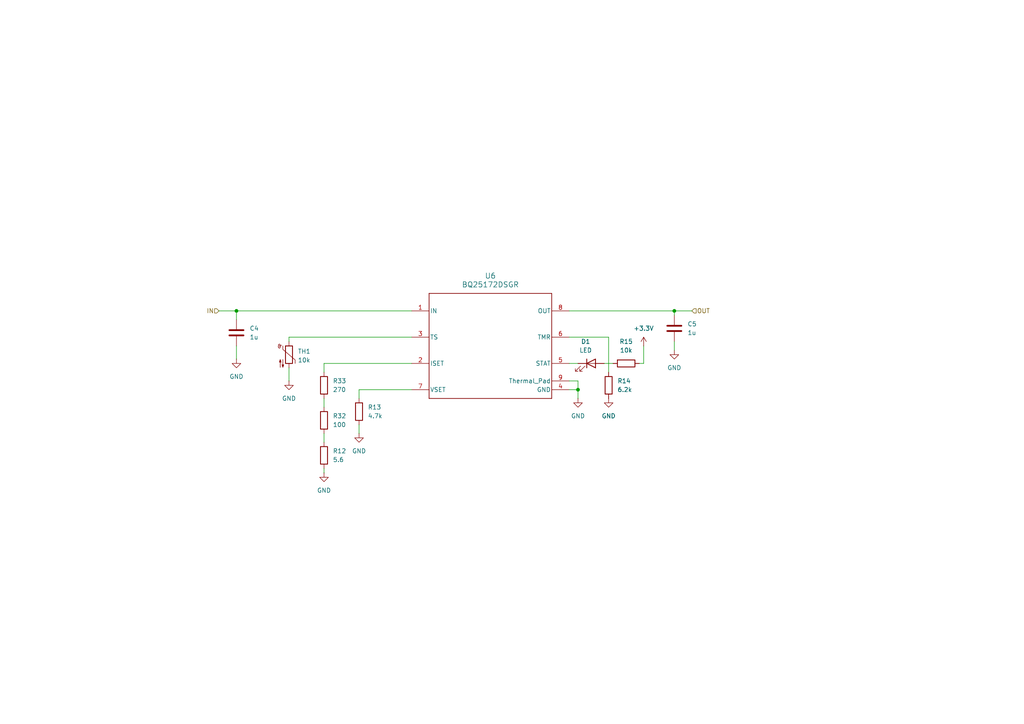
<source format=kicad_sch>
(kicad_sch (version 20231120) (generator "eeschema") (generator_version "8.0")
  (paper "A4")
  (title_block (title "NiMH Charger Control") (date "2025-01-16") (company "University of Alberta") (comment 1 "Max Schatz") (comment 2 "Steven Sager") (comment 3 "Tejas Ravish") (comment 4 "Damien Huskic"))
  (lib_symbols
    (symbol "Capstone:BQ25172DSGR" (pin_names (offset 0.254))
      (property "Reference" "U" (at 5.842 6.604 0))
      (property "Value" "BQ25172DSGR" (at 23.114 6.604 0))
      (symbol "BQ25172DSGR_0_1"
        (polyline (pts (xy 5.08 -25.4) (xy 40.64 -25.4)) (stroke (width 0.2032)))
        (polyline (pts (xy 5.08 5.08) (xy 5.08 -25.4)) (stroke (width 0.2032)))
        (polyline (pts (xy 40.64 -25.4) (xy 40.64 5.08)) (stroke (width 0.2032)))
        (polyline (pts (xy 40.64 5.08) (xy 5.08 5.08)) (stroke (width 0.2032)))
        (pin power_in line (at 0 0 0) (length 5.08) (name "IN") (number "1"))
        (pin unspecified line (at 0 -15.24 0) (length 5.08) (name "ISET") (number "2"))
        (pin unspecified line (at 0 -7.62 0) (length 5.08) (name "TS") (number "3"))
        (pin power_in line (at 45.72 -22.86 180) (length 5.08) (name "GND") (number "4"))
        (pin unspecified line (at 45.72 -15.24 180) (length 5.08) (name "STAT") (number "5"))
        (pin input line (at 45.72 -7.62 180) (length 5.08) (name "TMR") (number "6"))
        (pin unspecified line (at 0 -22.86 0) (length 5.08) (name "VSET") (number "7"))
        (pin unspecified line (at 45.72 0 180) (length 5.08) (name "OUT") (number "8"))
        (pin unspecified line (at 45.72 -20.32 180) (length 5.08) (name "Thermal_Pad") (number "9"))
      )
    )
    (symbol "Device:C" (pin_numbers hide) (pin_names (offset 0.254))
      (property "Reference" "C" (at 0.635 2.54 0))
      (property "Value" "C" (at 0.635 -2.54 0))
      (symbol "C_0_1"
        (polyline (pts (xy -2.032 -0.762) (xy 2.032 -0.762)) (stroke (width 0.508)))
        (polyline (pts (xy -2.032 0.762) (xy 2.032 0.762)) (stroke (width 0.508)))
      )
      (symbol "C_1_1"
        (pin passive line (at 0 3.81 270) (length 2.794) (name "~") (number "1"))
        (pin passive line (at 0 -3.81 90) (length 2.794) (name "~") (number "2"))
      )
    )
    (symbol "Device:LED" (pin_numbers hide) (pin_names (offset 1.016) hide)
      (property "Reference" "D" (at 0 2.54 0))
      (property "Value" "LED" (at 0 -2.54 0))
      (symbol "LED_0_1"
        (polyline (pts (xy -1.27 -1.27) (xy -1.27 1.27)) (stroke (width 0.254)))
        (polyline (pts (xy -1.27 0) (xy 1.27 0)))
        (polyline (pts (xy 1.27 -1.27) (xy 1.27 1.27) (xy -1.27 0) (xy 1.27 -1.27)) (stroke (width 0.254)))
        (polyline (pts (xy -3.048 -0.762) (xy -4.572 -2.286) (xy -3.81 -2.286) (xy -4.572 -2.286) (xy -4.572 -1.524)))
        (polyline (pts (xy -1.778 -0.762) (xy -3.302 -2.286) (xy -2.54 -2.286) (xy -3.302 -2.286) (xy -3.302 -1.524)))
      )
      (symbol "LED_1_1"
        (pin passive line (at -3.81 0 0) (length 2.54) (name "K") (number "1"))
        (pin passive line (at 3.81 0 180) (length 2.54) (name "A") (number "2"))
      )
    )
    (symbol "Device:R" (pin_numbers hide) (pin_names (offset 0))
      (property "Reference" "R" (at 2.032 0 90))
      (property "Value" "R" (at 0 0 90))
      (symbol "R_0_1"
        (rectangle (start -1.016 -2.54) (end 1.016 2.54) (stroke (width 0.254)))
      )
      (symbol "R_1_1"
        (pin passive line (at 0 3.81 270) (length 1.27) (name "~") (number "1"))
        (pin passive line (at 0 -3.81 90) (length 1.27) (name "~") (number "2"))
      )
    )
    (symbol "Device:Thermistor_NTC" (pin_numbers hide) (pin_names (offset 0))
      (property "Reference" "TH" (at -4.445 0 90))
      (property "Value" "Thermistor_NTC" (at 3.175 0 90))
      (symbol "Thermistor_NTC_0_1"
        (arc (start -3.048 2.159) (mid -3.0495 2.3143) (end -3.175 2.413))
        (arc (start -3.048 2.159) (mid -2.9736 1.9794) (end -2.794 1.905))
        (arc (start -3.048 2.794) (mid -2.9736 2.6144) (end -2.794 2.54))
        (arc (start -2.794 1.905) (mid -2.6144 1.9794) (end -2.54 2.159))
        (arc (start -2.794 2.54) (mid -2.4393 2.5587) (end -2.159 2.794))
        (arc (start -2.794 3.048) (mid -2.9736 2.9736) (end -3.048 2.794))
        (arc (start -2.54 2.794) (mid -2.6144 2.9736) (end -2.794 3.048))
        (rectangle (start -1.016 2.54) (end 1.016 -2.54) (stroke (width 0.254)))
        (polyline (pts (xy -2.54 2.159) (xy -2.54 2.794)))
        (polyline (pts (xy -1.778 2.54) (xy -1.778 1.524) (xy 1.778 -1.524) (xy 1.778 -2.54)))
        (polyline (pts (xy -2.54 -3.683) (xy -2.54 -1.397) (xy -2.794 -2.159) (xy -2.286 -2.159) (xy -2.54 -1.397) (xy -2.54 -1.651)) (fill (type outline)))
        (polyline (pts (xy -1.778 -1.397) (xy -1.778 -3.683) (xy -2.032 -2.921) (xy -1.524 -2.921) (xy -1.778 -3.683) (xy -1.778 -3.429)) (fill (type outline)))
      )
      (symbol "Thermistor_NTC_1_1"
        (pin passive line (at 0 3.81 270) (length 1.27) (name "~") (number "1"))
        (pin passive line (at 0 -3.81 90) (length 1.27) (name "~") (number "2"))
      )
    )
    (symbol "power:+3.3V" (power) (pin_numbers hide) (pin_names (offset 0) hide)
      (property "Value" "+3.3V" (at 0 3.556 0))
      (symbol "+3.3V_0_1"
        (polyline (pts (xy -0.762 1.27) (xy 0 2.54)))
        (polyline (pts (xy 0 0) (xy 0 2.54)))
        (polyline (pts (xy 0 2.54) (xy 0.762 1.27)))
      )
      (symbol "+3.3V_1_1"
        (pin power_in line (at 0 0 90) (length 0) (name "~") (number "1"))
      )
    )
    (symbol "power:GND" (power) (pin_numbers hide) (pin_names (offset 0) hide)
      (property "Value" "GND" (at 0 -3.81 0))
      (symbol "GND_0_1"
        (polyline (pts (xy 0 0) (xy 0 -1.27) (xy 1.27 -1.27) (xy 0 -2.54) (xy -1.27 -1.27) (xy 0 -1.27)))
      )
      (symbol "GND_1_1"
        (pin power_in line (at 0 0 270) (length 0) (name "~") (number "1"))
      )
    )
  )
  (junction (at 167.64 113.03))
  (junction (at 68.58 90.17))
  (junction (at 195.58 90.17))
  (wire (pts (xy 104.14 123.19) (xy 104.14 125.73)))
  (wire (pts (xy 167.64 113.03) (xy 167.64 115.57)))
  (wire (pts (xy 93.98 135.89) (xy 93.98 137.16)))
  (wire (pts (xy 68.58 92.71) (xy 68.58 90.17)))
  (wire (pts (xy 165.1 90.17) (xy 195.58 90.17)))
  (wire (pts (xy 185.42 105.41) (xy 186.69 105.41)))
  (wire (pts (xy 165.1 110.49) (xy 167.64 110.49)))
  (wire (pts (xy 195.58 90.17) (xy 200.66 90.17)))
  (wire (pts (xy 93.98 107.95) (xy 93.98 105.41)))
  (wire (pts (xy 93.98 115.57) (xy 93.98 118.11)))
  (wire (pts (xy 195.58 99.06) (xy 195.58 101.6)))
  (wire (pts (xy 165.1 105.41) (xy 167.64 105.41)))
  (wire (pts (xy 63.5 90.17) (xy 68.58 90.17)))
  (wire (pts (xy 167.64 110.49) (xy 167.64 113.03)))
  (wire (pts (xy 68.58 90.17) (xy 119.38 90.17)))
  (wire (pts (xy 104.14 115.57) (xy 104.14 113.03)))
  (wire (pts (xy 83.82 106.68) (xy 83.82 110.49)))
  (wire (pts (xy 93.98 105.41) (xy 119.38 105.41)))
  (wire (pts (xy 165.1 97.79) (xy 176.53 97.79)))
  (wire (pts (xy 165.1 113.03) (xy 167.64 113.03)))
  (wire (pts (xy 68.58 104.14) (xy 68.58 100.33)))
  (wire (pts (xy 119.38 97.79) (xy 83.82 97.79)))
  (wire (pts (xy 83.82 97.79) (xy 83.82 99.06)))
  (wire (pts (xy 186.69 100.33) (xy 186.69 105.41)))
  (wire (pts (xy 93.98 125.73) (xy 93.98 128.27)))
  (wire (pts (xy 104.14 113.03) (xy 119.38 113.03)))
  (wire (pts (xy 195.58 91.44) (xy 195.58 90.17)))
  (wire (pts (xy 175.26 105.41) (xy 177.8 105.41)))
  (wire (pts (xy 176.53 97.79) (xy 176.53 107.95)))
  (hierarchical_label "IN" (shape input) (at 63.5 90.17 180))
  (hierarchical_label "OUT" (shape input) (at 200.66 90.17 0))
  (symbol (lib_id "Capstone:BQ25172DSGR") (at 119.38 90.17 0) (unit 1)
    (property "Reference" "U6" (at 142.24 80.01 0) (effects (font (size 1.524 1.524))))
    (property "Value" "BQ25172DSGR" (at 142.24 82.55 0) (effects (font (size 1.524 1.524))))
    (property "Footprint" "Capstone:DSG0008A-IPC_A" (effects (hide yes)))
    (property "Datasheet" "BQ25172DSGR" (effects (hide yes)))
  )
  (symbol (lib_id "Device:C") (at 68.58 96.52 0) (unit 1)
    (property "Reference" "C4" (at 72.39 95.2499 0) (effects (justify left)))
    (property "Value" "1u" (at 72.39 97.7899 0) (effects (justify left)))
    (property "Footprint" "Capacitor_SMD:C_1206_3216Metric_Pad1.33x1.80mm_HandSolder" (effects (hide yes)))
    (property "Description" "Unpolarized capacitor" (effects (hide yes)))
  )
  (symbol (lib_id "power:GND") (at 176.53 115.57 0) (unit 1)
    (property "Reference" "#PWR014" (effects (hide yes)))
    (property "Value" "GND" (at 176.53 120.65 0))
    (property "Description" "Power symbol creates a global label with name \"GND\" , ground" (effects (hide yes)))
  )
  (symbol (lib_id "Device:C") (at 195.58 95.25 0) (unit 1)
    (property "Reference" "C5" (at 199.39 93.9799 0) (effects (justify left)))
    (property "Value" "1u" (at 199.39 96.5199 0) (effects (justify left)))
    (property "Footprint" "Capacitor_SMD:C_1206_3216Metric_Pad1.33x1.80mm_HandSolder" (effects (hide yes)))
    (property "Description" "Unpolarized capacitor" (effects (hide yes)))
  )
  (symbol (lib_id "Device:Thermistor_NTC") (at 83.82 102.87 0) (unit 1)
    (property "Reference" "TH1" (at 86.36 101.9174 0) (effects (justify left)))
    (property "Value" "10k" (at 86.36 104.4574 0) (effects (justify left)))
    (property "Footprint" "Resistor_THT:R_Axial_DIN0204_L3.6mm_D1.6mm_P1.90mm_Vertical" (effects (hide yes)))
    (property "Description" "Temperature dependent resistor, negative temperature coefficient" (effects (hide yes)))
  )
  (symbol (lib_id "power:GND") (at 195.58 101.6 0) (unit 1)
    (property "Reference" "#PWR026" (effects (hide yes)))
    (property "Value" "GND" (at 195.58 106.68 0))
    (property "Description" "Power symbol creates a global label with name \"GND\" , ground" (effects (hide yes)))
  )
  (symbol (lib_id "Device:LED") (at 171.45 105.41 0) (unit 1)
    (property "Reference" "D1" (at 169.8625 99.06 0))
    (property "Value" "LED" (at 169.8625 101.6 0))
    (property "Footprint" "Diode_SMD:D_1206_3216Metric_Pad1.42x1.75mm_HandSolder" (effects (hide yes)))
    (property "Description" "Light emitting diode" (effects (hide yes)))
  )
  (symbol (lib_id "Device:R") (at 93.98 111.76 0) (unit 1)
    (property "Reference" "R33" (at 96.52 110.4899 0) (effects (justify left)))
    (property "Value" "270" (at 96.52 113.0299 0) (effects (justify left)))
    (property "Footprint" "Resistor_SMD:R_1206_3216Metric_Pad1.30x1.75mm_HandSolder" (effects (hide yes)))
    (property "Description" "Resistor" (effects (hide yes)))
  )
  (symbol (lib_id "power:GND") (at 167.64 115.57 0) (unit 1)
    (property "Reference" "#PWR022" (effects (hide yes)))
    (property "Value" "GND" (at 167.64 120.65 0))
    (property "Description" "Power symbol creates a global label with name \"GND\" , ground" (effects (hide yes)))
  )
  (symbol (lib_id "power:GND") (at 83.82 110.49 0) (unit 1)
    (property "Reference" "#PWR019" (effects (hide yes)))
    (property "Value" "GND" (at 83.82 115.57 0))
    (property "Description" "Power symbol creates a global label with name \"GND\" , ground" (effects (hide yes)))
  )
  (symbol (lib_id "Device:R") (at 104.14 119.38 0) (unit 1)
    (property "Reference" "R13" (at 106.68 118.1099 0) (effects (justify left)))
    (property "Value" "4.7k" (at 106.68 120.6499 0) (effects (justify left)))
    (property "Footprint" "Resistor_SMD:R_1206_3216Metric_Pad1.30x1.75mm_HandSolder" (effects (hide yes)))
    (property "Description" "Resistor" (effects (hide yes)))
  )
  (symbol (lib_id "power:GND") (at 104.14 125.73 0) (unit 1)
    (property "Reference" "#PWR021" (effects (hide yes)))
    (property "Value" "GND" (at 104.14 130.81 0))
    (property "Description" "Power symbol creates a global label with name \"GND\" , ground" (effects (hide yes)))
  )
  (symbol (lib_id "Device:R") (at 93.98 121.92 0) (unit 1)
    (property "Reference" "R32" (at 96.52 120.6499 0) (effects (justify left)))
    (property "Value" "100" (at 96.52 123.1899 0) (effects (justify left)))
    (property "Footprint" "Resistor_SMD:R_1206_3216Metric_Pad1.30x1.75mm_HandSolder" (effects (hide yes)))
    (property "Description" "Resistor" (effects (hide yes)))
  )
  (symbol (lib_id "power:+3.3V") (at 186.69 100.33 0) (unit 1)
    (property "Reference" "#PWR024" (effects (hide yes)))
    (property "Value" "+3.3V" (at 186.69 95.25 0))
    (property "Description" "Power symbol creates a global label with name \"+3.3V\"" (effects (hide yes)))
  )
  (symbol (lib_id "Device:R") (at 181.61 105.41 90) (unit 1)
    (property "Reference" "R15" (at 181.61 99.06 90))
    (property "Value" "10k" (at 181.61 101.6 90))
    (property "Footprint" "Resistor_SMD:R_1206_3216Metric_Pad1.30x1.75mm_HandSolder" (effects (hide yes)))
    (property "Description" "Resistor" (effects (hide yes)))
  )
  (symbol (lib_id "Device:R") (at 176.53 111.76 0) (unit 1)
    (property "Reference" "R14" (at 179.07 110.4899 0) (effects (justify left)))
    (property "Value" "6.2k" (at 179.07 113.0299 0) (effects (justify left)))
    (property "Footprint" "Resistor_SMD:R_1206_3216Metric_Pad1.30x1.75mm_HandSolder" (effects (hide yes)))
    (property "Description" "Resistor" (effects (hide yes)))
  )
  (symbol (lib_id "Device:R") (at 93.98 132.08 0) (unit 1)
    (property "Reference" "R12" (at 96.52 130.8099 0) (effects (justify left)))
    (property "Value" "5.6" (at 96.52 133.3499 0) (effects (justify left)))
    (property "Footprint" "Resistor_SMD:R_1206_3216Metric_Pad1.30x1.75mm_HandSolder" (effects (hide yes)))
    (property "Description" "Resistor" (effects (hide yes)))
  )
  (symbol (lib_id "power:GND") (at 93.98 137.16 0) (unit 1)
    (property "Reference" "#PWR020" (effects (hide yes)))
    (property "Value" "GND" (at 93.98 142.24 0))
    (property "Description" "Power symbol creates a global label with name \"GND\" , ground" (effects (hide yes)))
  )
  (symbol (lib_id "power:GND") (at 68.58 104.14 0) (unit 1)
    (property "Reference" "#PWR023" (effects (hide yes)))
    (property "Value" "GND" (at 68.58 109.22 0))
    (property "Description" "Power symbol creates a global label with name \"GND\" , ground" (effects (hide yes)))
  )
)
</source>
